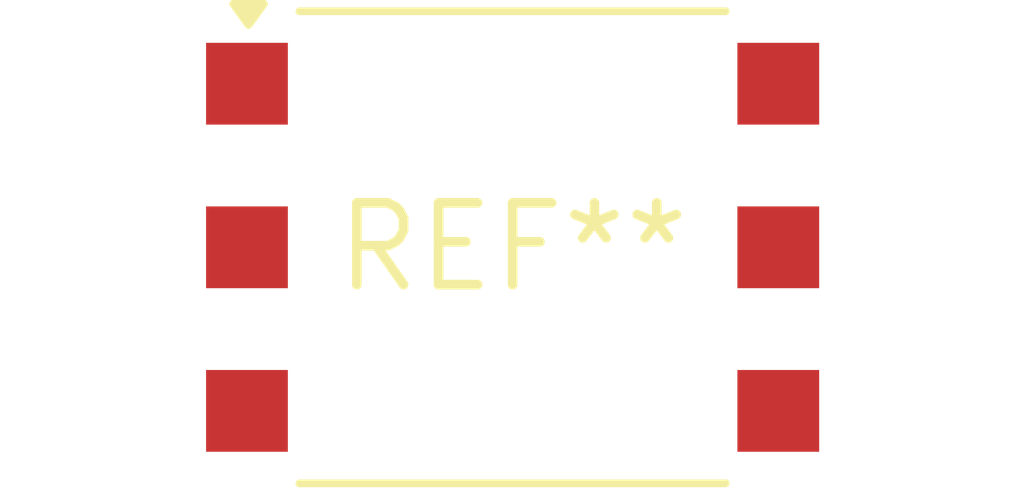
<source format=kicad_pcb>
(kicad_pcb (version 20240108) (generator pcbnew)
  (layers (0 "F.Cu" signal) (31 "B.Cu" signal) (34 "B.Paste" user) (35 "F.Paste" user) (36 "B.SilkS" user "B.Silkscreen") (37 "F.SilkS" user "F.Silkscreen") (38 "B.Mask" user) (39 "F.Mask" user) (44 "Edge.Cuts" user))
  (net 0 "")
  (footprint "Pulse_PA1323NL" (layer "F.Cu") (at 0 0)
    (property "Reference" "REF**")
    (property "Value" "Pulse_PA1323NL")
    (fp_line (start -3.31 -3.665) (end 3.31 -3.665) (layer "F.SilkS") (stroke (width 0.12)))
    (fp_line (start -3.31 3.665) (end 3.31 3.665) (layer "F.SilkS") (stroke (width 0.12)))
    (fp_poly (pts (xy -4.1 -3.45) (xy -4.34 -3.78) (xy -3.86 -3.78) (xy -4.1 -3.45)) (layer "F.SilkS") (stroke (width 0.12)) (fill solid))
    (pad "1" smd rect (at -4.125 -2.54) (size 1.27 1.27) (layers "F.Cu" "F.Paste" "F.Mask"))
    (pad "2" smd rect (at -4.125 0) (size 1.27 1.27) (layers "F.Cu" "F.Paste" "F.Mask"))
    (pad "3" smd rect (at -4.125 2.54) (size 1.27 1.27) (layers "F.Cu" "F.Paste" "F.Mask"))
    (pad "4" smd rect (at 4.125 2.54) (size 1.27 1.27) (layers "F.Cu" "F.Paste" "F.Mask"))
    (pad "5" smd rect (at 4.125 0) (size 1.27 1.27) (layers "F.Cu" "F.Paste" "F.Mask"))
    (pad "6" smd rect (at 4.125 -2.54) (size 1.27 1.27) (layers "F.Cu" "F.Paste" "F.Mask"))
  )
)
</source>
